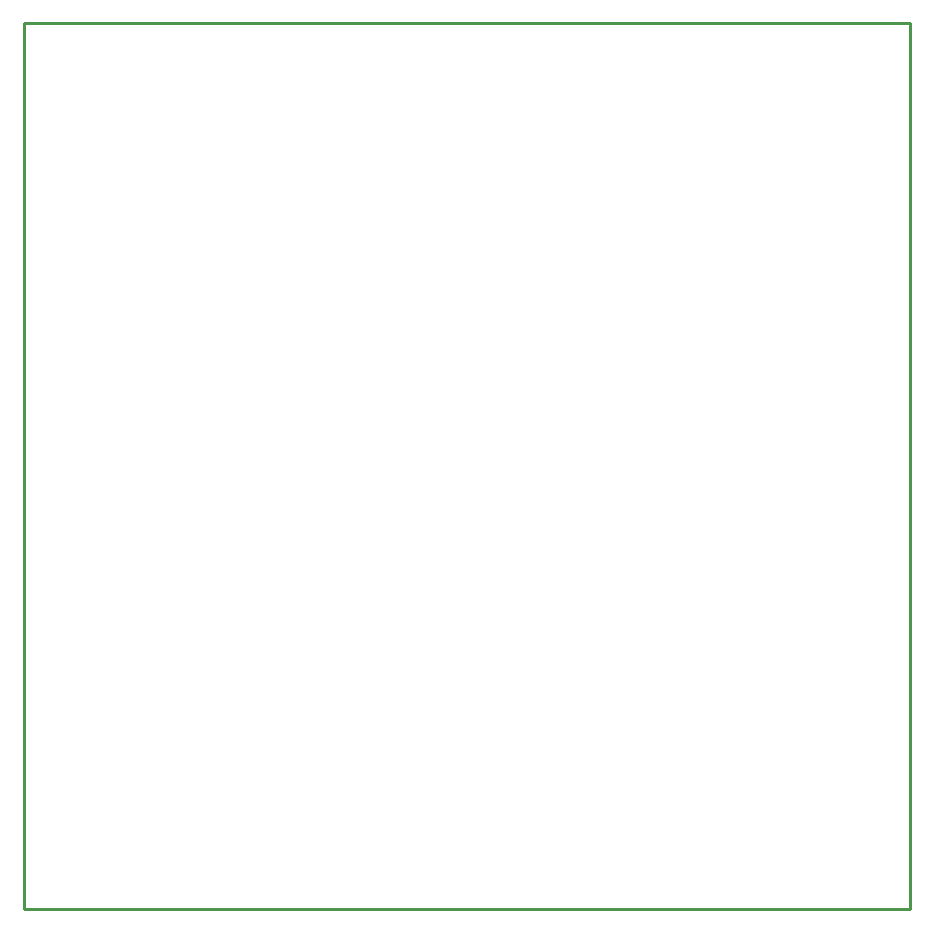
<source format=gko>
%FSDAX24Y24*%
%MOIN*%
%SFA1B1*%

%IPPOS*%
%ADD11C,0.010000*%
%LNde-150824-1*%
%LPD*%
G54D11*
X010000Y010000D02*
Y039528D01*
X039528Y010000D02*
Y039528D01*
X010000D02*
X039528D01*
X010000Y010000D02*
X039528D01*
M02*
</source>
